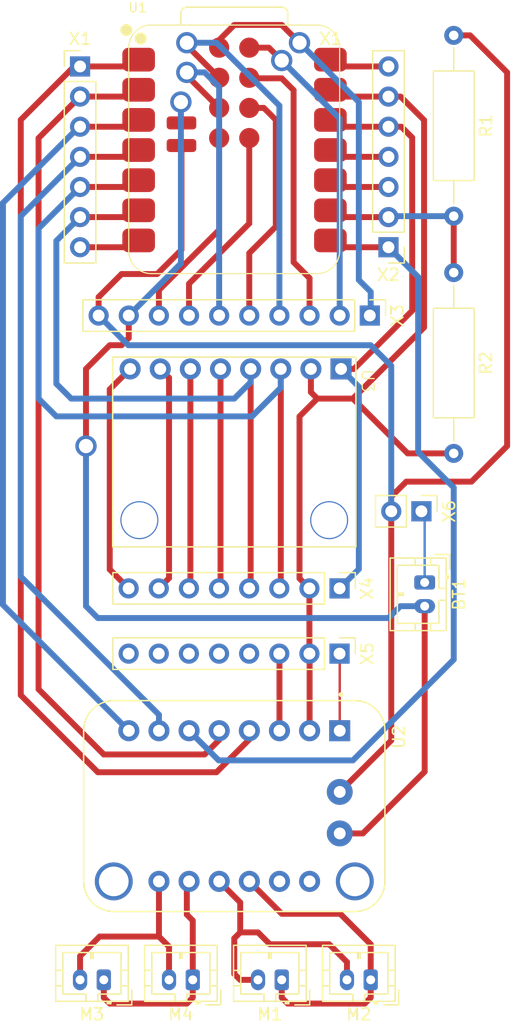
<source format=kicad_pcb>
(kicad_pcb (version 20241229) (generator "pcbnew") (generator_version "9.0")
  (layers (0 "F.Cu" signal) (2 "B.Cu" signal) (13 "F.Paste" user) (15 "B.Paste" user) (5 "F.SilkS" user "F.Silkscreen") (7 "B.SilkS" user "B.Silkscreen") (1 "F.Mask" user) (3 "B.Mask" user) (25 "Edge.Cuts" user))
  (net 0 "")
  (net 1 "Net-(BT1-+)")
  (net 2 "VBAT-")
  (net 3 "Net-(M1--)")
  (net 4 "Net-(M1-+)")
  (net 5 "Net-(M3-+)")
  (net 6 "Net-(M3--)")
  (net 7 "BAT_SENSE")
  (net 8 "VBAT+")
  (net 9 "GND")
  (net 10 "Net-(U1-5V)")
  (net 11 "3V3")
  (net 12 "ACC_SDA")
  (net 13 "Net-(U1-MTCK)")
  (net 14 "Net-(U1-GND-Pad20)")
  (net 15 "Net-(U1-MTDO)")
  (net 16 "MOT_B_DIR")
  (net 17 "Net-(U1-D+)")
  (net 18 "Net-(U1-MTMS)")
  (net 19 "Net-(U1-D-)")
  (net 20 "MOT_A_DIR_PWM")
  (net 21 "Net-(U1-GPIO43_TX_D6)")
  (net 22 "MOT_B_DIR_PWM")
  (net 23 "Net-(U1-TCH8_GPIO8_A9_D9_MISO)")
  (net 24 "ACC_SCL")
  (net 25 "MOT_SLP")
  (net 26 "Net-(U1-EN)")
  (net 27 "Net-(U1-TCH9_GPIO9_A10_D10_MOSI)")
  (net 28 "MOT_A_DIR")
  (net 29 "Net-(U1-MTDI)")
  (net 30 "Net-(U2-VM)")
  (net 31 "Net-(U2-FLT)")
  (net 34 "Net-(U3-INT)")
  (net 35 "Net-(U3-XCL)")
  (net 36 "Net-(U3-AD0)")
  (net 37 "Net-(U3-XDA)")
  (net 40 "unconnected-(X5-Pad8)")
  (net 41 "unconnected-(X5-Pad6)")
  (net 42 "unconnected-(X5-Pad4)")
  (net 43 "unconnected-(X5-Pad5)")
  (net 44 "unconnected-(X5-Pad7)")
  (footprint "pin_header:PinHeader_1x02_P2.54mm_Vertical" (layer "F.Cu") (at 115.775 130.5 -90)
    (property "Reference" "X6" (at 0 -2.33 90) (layer "F.SilkS"))
    (property "Value" "~")
    (pad "1" thru_hole rect (at 0 0 270) (size 1.7 1.7) (drill 1) (layers "*.Cu" "*.Mask") (net 1 "Net-(BT1-+)"))
    (pad "2" thru_hole oval (at 0 2.54 270) (size 1.7 1.7) (drill 1) (layers "*.Cu" "*.Mask") (net 8 "VBAT+"))
  )
  (footprint "Connector_JST:JST_PH_B2B-PH-K_1x02_P2.00mm_Vertical" (layer "F.Cu") (at 89 170 180)
    (property "Reference" "M3" (at 1 -2.9 0) (layer "F.SilkS"))
    (property "Value" "Motor_DC")
    (pad "1" thru_hole roundrect (at 0 0 180) (size 1.2 1.75) (drill 0.75) (layers "*.Cu" "*.Mask") (roundrect_rratio 0.208333) (net 5 "Net-(M3-+)"))
    (pad "2" thru_hole oval (at 2 0 180) (size 1.2 1.75) (drill 0.75) (layers "*.Cu" "*.Mask") (net 6 "Net-(M3--)"))
  )
  (footprint "pin_header:PinHeader_1x08_P2.54mm_Vertical" (layer "F.Cu") (at 108.875 142.5 -90)
    (property "Reference" "X5" (at 0 -2.33 90) (layer "F.SilkS"))
    (property "Value" "~")
    (pad "1" thru_hole rect (at 0 0 270) (size 1.7 1.7) (drill 1) (layers "*.Cu" "*.Mask") (net 30 "Net-(U2-VM)"))
    (pad "2" thru_hole oval (at 0 2.54 270) (size 1.7 1.7) (drill 1) (layers "*.Cu" "*.Mask") (net 9 "GND"))
    (pad "3" thru_hole oval (at 0 5.08 270) (size 1.7 1.7) (drill 1) (layers "*.Cu" "*.Mask") (net 31 "Net-(U2-FLT)"))
    (pad "4" thru_hole oval (at 0 7.62 270) (size 1.7 1.7) (drill 1) (layers "*.Cu" "*.Mask") (net 42 "unconnected-(X5-Pad4)"))
    (pad "5" thru_hole oval (at 0 10.16 270) (size 1.7 1.7) (drill 1) (layers "*.Cu" "*.Mask") (net 43 "unconnected-(X5-Pad5)"))
    (pad "6" thru_hole oval (at 0 12.7 270) (size 1.7 1.7) (drill 1) (layers "*.Cu" "*.Mask") (net 41 "unconnected-(X5-Pad6)"))
    (pad "7" thru_hole oval (at 0 15.24 270) (size 1.7 1.7) (drill 1) (layers "*.Cu" "*.Mask") (net 44 "unconnected-(X5-Pad7)"))
    (pad "8" thru_hole oval (at 0 17.78 270) (size 1.7 1.7) (drill 1) (layers "*.Cu" "*.Mask") (net 40 "unconnected-(X5-Pad8)"))
  )
  (footprint "Connector_JST:JST_PH_B2B-PH-K_1x02_P2.00mm_Vertical" (layer "F.Cu") (at 111.5 170 180)
    (property "Reference" "M2" (at 1 -2.9 0) (layer "F.SilkS"))
    (property "Value" "Motor_DC")
    (pad "1" thru_hole roundrect (at 0 0 180) (size 1.2 1.75) (drill 0.75) (layers "*.Cu" "*.Mask") (roundrect_rratio 0.208333) (net 4 "Net-(M1-+)"))
    (pad "2" thru_hole oval (at 2 0 180) (size 1.2 1.75) (drill 0.75) (layers "*.Cu" "*.Mask") (net 3 "Net-(M1--)"))
  )
  (footprint "Connector_JST:JST_PH_B2B-PH-K_1x02_P2.00mm_Vertical" (layer "F.Cu") (at 116.05 136.5 -90)
    (property "Reference" "BT1" (at 1 -2.9 90) (layer "F.SilkS"))
    (property "Value" "Li-Po 3.7 V 1000 mAh")
    (pad "1" thru_hole roundrect (at 0 0 270) (size 1.2 1.75) (drill 0.75) (layers "*.Cu" "*.Mask") (roundrect_rratio 0.208333) (net 1 "Net-(BT1-+)"))
    (pad "2" thru_hole oval (at 2 0 270) (size 1.2 1.75) (drill 0.75) (layers "*.Cu" "*.Mask") (net 2 "VBAT-"))
  )
  (footprint "adafruit_drv8833:adafruit_drv8833" (layer "F.Cu") (at 100 155.35 -90)
    (property "Reference" "U2" (at -5.825 -13.885 90) (layer "F.SilkS"))
    (property "Value" "Adafruit motor driver DRV8833")
    (pad "1" thru_hole rect (at -6.35 -8.89 270) (size 1.778 1.778) (drill 1) (layers "*.Cu" "*.Mask") (net 30 "Net-(U2-VM)"))
    (pad "2" thru_hole circle (at -6.35 -6.35 270) (size 1.778 1.778) (drill 1) (layers "*.Cu" "*.Mask") (net 9 "GND"))
    (pad "3" thru_hole circle (at -6.35 -3.81 270) (size 1.778 1.778) (drill 1) (layers "*.Cu" "*.Mask") (net 31 "Net-(U2-FLT)"))
    (pad "4" thru_hole circle (at -6.35 -1.27 270) (size 1.778 1.778) (drill 1) (layers "*.Cu" "*.Mask") (net 16 "MOT_B_DIR"))
    (pad "5" thru_hole circle (at -6.35 1.27 270) (size 1.778 1.778) (drill 1) (layers "*.Cu" "*.Mask") (net 22 "MOT_B_DIR_PWM"))
    (pad "6" thru_hole circle (at -6.35 3.81 270) (size 1.778 1.778) (drill 1) (layers "*.Cu" "*.Mask") (net 25 "MOT_SLP"))
    (pad "7" thru_hole circle (at -6.35 6.35 270) (size 1.778 1.778) (drill 1) (layers "*.Cu" "*.Mask") (net 20 "MOT_A_DIR_PWM"))
    (pad "8" thru_hole circle (at -6.35 8.89 270) (size 1.778 1.778) (drill 1) (layers "*.Cu" "*.Mask") (net 28 "MOT_A_DIR"))
    (pad "9" thru_hole circle (at 6.35 -6.35 270) (size 1.778 1.778) (drill 1) (layers "*.Cu" "*.Mask"))
    (pad "10" thru_hole circle (at 6.35 -3.81 270) (size 1.778 1.778) (drill 1) (layers "*.Cu" "*.Mask"))
    (pad "11" thru_hole circle (at 6.35 -1.27 270) (size 1.778 1.778) (drill 1) (layers "*.Cu" "*.Mask") (net 4 "Net-(M1-+)"))
    (pad "12" thru_hole circle (at 6.35 1.27 270) (size 1.778 1.778) (drill 1) (layers "*.Cu" "*.Mask") (net 3 "Net-(M1--)"))
    (pad "13" thru_hole circle (at 6.35 3.81 270) (size 1.778 1.778) (drill 1) (layers "*.Cu" "*.Mask") (net 5 "Net-(M3-+)"))
    (pad "14" thru_hole circle (at 6.35 6.35 270) (size 1.778 1.778) (drill 1) (layers "*.Cu" "*.Mask") (net 6 "Net-(M3--)"))
    (pad "15" thru_hole circle (at -1.192 -8.89 270) (size 2.1844 2.1844) (drill 1) (layers "*.Cu" "*.Mask") (net 8 "VBAT+"))
    (pad "16" thru_hole circle (at 2.308 -8.89 270) (size 2.1844 2.1844) (drill 1) (layers "*.Cu" "*.Mask") (net 2 "VBAT-"))
    (pad "S1" thru_hole circle (at 6.35 -10.16 270) (size 3.2 3.2) (drill 2.5) (layers "*.Cu" "*.Mask"))
    (pad "S2" thru_hole circle (at 6.35 10.16 270) (size 3.2 3.2) (drill 2.5) (layers "*.Cu" "*.Mask"))
  )
  (footprint "adafruit_drv8833:pucrea_mpu_6050" (layer "F.Cu") (at 110.25 117.5 -90)
    (property "Reference" "U3" (at 2 -1 270) (layer "F.SilkS") (effects (font (thickness 0.1))))
    (property "Value" "Purecrea MPU-6050")
    (pad "1" thru_hole rect (at 1 1.25 270) (size 1.778 1.778) (drill 1) (layers "*.Cu" "*.Mask") (net 11 "3V3"))
    (pad "2" thru_hole circle (at 1 3.79 270) (size 1.778 1.778) (drill 1) (layers "*.Cu" "*.Mask") (net 9 "GND"))
    (pad "3" thru_hole circle (at 1 6.33 270) (size 1.778 1.778) (drill 1) (layers "*.Cu" "*.Mask") (net 12 "ACC_SDA"))
    (pad "4" thru_hole circle (at 1 8.87 270) (size 1.778 1.778) (drill 1) (layers "*.Cu" "*.Mask") (net 24 "ACC_SCL"))
    (pad "5" thru_hole circle (at 1 11.41 270) (size 1.778 1.778) (drill 1) (layers "*.Cu" "*.Mask") (net 37 "Net-(U3-XDA)"))
    (pad "6" thru_hole circle (at 1 13.95 270) (size 1.778 1.778) (drill 1) (layers "*.Cu" "*.Mask") (net 35 "Net-(U3-XCL)"))
    (pad "7" thru_hole circle (at 1 16.49 270) (size 1.778 1.778) (drill 1) (layers "*.Cu" "*.Mask") (net 36 "Net-(U3-AD0)"))
    (pad "8" thru_hole circle (at 1 19.03 270) (size 1.778 1.778) (drill 1) (layers "*.Cu" "*.Mask") (net 34 "Net-(U3-INT)"))
    (pad "S1" thru_hole circle (at 13.75 2.25 270) (size 3.2 3.2) (drill 3) (layers "*.Cu" "*.Mask"))
    (pad "S1" thru_hole circle (at 13.75 18.25 270) (size 3.2 3.2) (drill 3) (layers "*.Cu" "*.Mask"))
  )
  (footprint "Connector_JST:JST_PH_B2B-PH-K_1x02_P2.00mm_Vertical" (layer "F.Cu") (at 104 170 180)
    (property "Reference" "M1" (at 1 -2.9 0) (layer "F.SilkS"))
    (property "Value" "Motor_DC")
    (pad "1" thru_hole roundrect (at 0 0 180) (size 1.2 1.75) (drill 0.75) (layers "*.Cu" "*.Mask") (roundrect_rratio 0.208333) (net 4 "Net-(M1-+)"))
    (pad "2" thru_hole oval (at 2 0 180) (size 1.2 1.75) (drill 0.75) (layers "*.Cu" "*.Mask") (net 3 "Net-(M1--)"))
  )
  (footprint "Connector_JST:JST_PH_B2B-PH-K_1x02_P2.00mm_Vertical" (layer "F.Cu") (at 96.5 170 180)
    (property "Reference" "M4" (at 1 -2.9 0) (layer "F.SilkS"))
    (property "Value" "Motor_DC")
    (pad "1" thru_hole roundrect (at 0 0 180) (size 1.2 1.75) (drill 0.75) (layers "*.Cu" "*.Mask") (roundrect_rratio 0.208333) (net 5 "Net-(M3-+)"))
    (pad "2" thru_hole oval (at 2 0 180) (size 1.2 1.75) (drill 0.75) (layers "*.Cu" "*.Mask") (net 6 "Net-(M3--)"))
  )
  (footprint "Resistor_THT:R_Axial_DIN0309_L9.0mm_D3.2mm_P15.24mm_Horizontal" (layer "F.Cu") (at 118.5 90.38 -90)
    (property "Reference" "R1" (at 7.62 -2.72 90) (layer "F.SilkS"))
    (property "Value" "100k")
    (pad "1" thru_hole circle (at 0 0 270) (size 1.6 1.6) (drill 0.8) (layers "*.Cu" "*.Mask") (net 8 "VBAT+"))
    (pad "2" thru_hole circle (at 15.24 0 270) (size 1.6 1.6) (drill 0.8) (layers "*.Cu" "*.Mask") (net 7 "BAT_SENSE"))
  )
  (footprint "pin_header:PinHeader_1x07_P2.54mm_Vertical" (layer "F.Cu") (at 87 93)
    (property "Reference" "X1" (at 0 -2.33 0) (layer "F.SilkS"))
    (property "Value" "~")
    (pad "1" thru_hole rect (at 0 0) (size 1.7 1.7) (drill 1) (layers "*.Cu" "*.Mask") (net 16 "MOT_B_DIR"))
    (pad "2" thru_hole oval (at 0 2.54) (size 1.7 1.7) (drill 1) (layers "*.Cu" "*.Mask") (net 22 "MOT_B_DIR_PWM"))
    (pad "3" thru_hole oval (at 0 5.08) (size 1.7 1.7) (drill 1) (layers "*.Cu" "*.Mask") (net 28 "MOT_A_DIR"))
    (pad "4" thru_hole oval (at 0 7.62) (size 1.7 1.7) (drill 1) (layers "*.Cu" "*.Mask") (net 20 "MOT_A_DIR_PWM"))
    (pad "5" thru_hole oval (at 0 10.16) (size 1.7 1.7) (drill 1) (layers "*.Cu" "*.Mask") (net 12 "ACC_SDA"))
    (pad "6" thru_hole oval (at 0 12.7) (size 1.7 1.7) (drill 1) (layers "*.Cu" "*.Mask") (net 24 "ACC_SCL"))
    (pad "7" thru_hole oval (at 0 15.24) (size 1.7 1.7) (drill 1) (layers "*.Cu" "*.Mask") (net 21 "Net-(U1-GPIO43_TX_D6)"))
  )
  (footprint "Resistor_THT:R_Axial_DIN0309_L9.0mm_D3.2mm_P15.24mm_Horizontal" (layer "F.Cu") (at 118.5 110.38 -90)
    (property "Reference" "R2" (at 7.62 -2.72 90) (layer "F.SilkS"))
    (property "Value" "100k")
    (pad "1" thru_hole circle (at 0 0 270) (size 1.6 1.6) (drill 0.8) (layers "*.Cu" "*.Mask") (net 7 "BAT_SENSE"))
    (pad "2" thru_hole circle (at 15.24 0 270) (size 1.6 1.6) (drill 0.8) (layers "*.Cu" "*.Mask") (net 9 "GND"))
  )
  (footprint "xiao_esp32s3:XIAO-ESP32S3-SMD" (layer "F.Cu") (at 100 100)
    (property "Reference" "U1" (at -9 -11.5 0) (layer "F.SilkS") (effects (font (size 0.78232 0.78232) (thickness 0.10668)) (justify left bottom)))
    (property "Value" "MOUDLE-SEEEDUINO-XIAO-ESP32S3")
    (pad "1" smd roundrect (at -8.061364 -7.573) (size 2.75 2) (layers "F.Cu" "F.Mask" "F.Paste") (net 16 "MOT_B_DIR"))
    (pad "2" smd roundrect (at -8.061364 -5.033) (size 2.75 2) (layers "F.Cu" "F.Mask" "F.Paste") (net 22 "MOT_B_DIR_PWM"))
    (pad "3" smd roundrect (at -8.061364 -2.493) (size 2.75 2) (layers "F.Cu" "F.Mask" "F.Paste") (net 28 "MOT_A_DIR"))
    (pad "4" smd roundrect (at -8.061364 0.047) (size 2.75 2) (layers "F.Cu" "F.Mask" "F.Paste") (net 20 "MOT_A_DIR_PWM"))
    (pad "5" smd roundrect (at -8.061364 2.587) (size 2.75 2) (layers "F.Cu" "F.Mask" "F.Paste") (net 12 "ACC_SDA"))
    (pad "6" smd roundrect (at -8.061364 5.127) (size 2.75 2) (layers "F.Cu" "F.Mask" "F.Paste") (net 24 "ACC_SCL"))
    (pad "7" smd roundrect (at -8.061364 7.667) (size 2.75 2) (layers "F.Cu" "F.Mask" "F.Paste") (net 21 "Net-(U1-GPIO43_TX_D6)"))
    (pad "8" smd roundrect (at 8.103636 7.667) (size 2.75 2) (layers "F.Cu" "F.Mask" "F.Paste") (net 25 "MOT_SLP"))
    (pad "9" smd roundrect (at 8.103636 5.127) (size 2.75 2) (layers "F.Cu" "F.Mask" "F.Paste") (net 7 "BAT_SENSE"))
    (pad "10" smd roundrect (at 8.103636 2.587) (size 2.75 2) (layers "F.Cu" "F.Mask" "F.Paste") (net 23 "Net-(U1-TCH8_GPIO8_A9_D9_MISO)"))
    (pad "11" smd roundrect (at 8.103636 0.047) (size 2.75 2) (layers "F.Cu" "F.Mask" "F.Paste") (net 27 "Net-(U1-TCH9_GPIO9_A10_D10_MOSI)"))
    (pad "12" smd roundrect (at 8.103636 -2.493) (size 2.75 2) (layers "F.Cu" "F.Mask" "F.Paste") (net 11 "3V3"))
    (pad "13" smd roundrect (at 8.103636 -5.033) (size 2.75 2) (layers "F.Cu" "F.Mask" "F.Paste") (net 9 "GND"))
    (pad "14" smd roundrect (at 8.103636 -7.573) (size 2.75 2) (layers "F.Cu" "F.Mask" "F.Paste") (net 10 "Net-(U1-5V)"))
    (pad "15" smd roundrect (at -4.451364 -0.335 180) (size 2.5 1.1) (layers "F.Cu" "F.Mask" "F.Paste") (net 8 "VBAT+"))
    (pad "16" smd roundrect (at -4.451364 -2.24 180) (size 2.5 1.1) (layers "F.Cu" "F.Mask" "F.Paste") (net 2 "VBAT-"))
    (pad "17" smd circle (at -1.276364 -8.585) (size 1.7 1.7) (layers "F.Cu" "F.Mask" "F.Paste") (net 29 "Net-(U1-MTDI)"))
    (pad "18" smd circle (at 1.263636 -8.585) (size 1.7 1.7) (layers "F.Cu" "F.Mask" "F.Paste") (net 15 "Net-(U1-MTDO)"))
    (pad "19" smd circle (at -1.276364 -6.045) (size 1.7 1.7) (layers "F.Cu" "F.Mask" "F.Paste") (net 26 "Net-(U1-EN)"))
    (pad "20" smd circle (at 1.263636 -6.045) (size 1.7 1.7) (layers "F.Cu" "F.Mask" "F.Paste") (net 14 "Net-(U1-GND-Pad20)"))
    (pad "21" smd circle (at -1.276364 -3.505) (size 1.7 1.7) (layers "F.Cu" "F.Mask" "F.Paste") (net 18 "Net-(U1-MTMS)"))
    (pad "22" smd circle (at 1.263636 -3.505) (size 1.7 1.7) (layers "F.Cu" "F.Mask" "F.Paste") (net 13 "Net-(U1-MTCK)"))
    (pad "23" smd circle (at -1.276364 -0.965) (size 1.7 1.7) (layers "F.Cu" "F.Mask" "F.Paste") (net 19 "Net-(U1-D-)"))
    (pad "24" smd circle (at 1.263636 -0.965) (size 1.7 1.7) (layers "F.Cu" "F.Mask" "F.Paste") (net 17 "Net-(U1-D+)"))
  )
  (footprint "pin_header:PinHeader_1x10_P2.54mm_Vertical" (layer "F.Cu") (at 111.425 114 -90)
    (property "Reference" "X3" (at 0 -2.33 90) (layer "F.SilkS"))
    (property "Value" "~")
    (pad "1" thru_hole rect (at 0 0 270) (size 1.7 1.7) (drill 1) (layers "*.Cu" "*.Mask") (net 29 "Net-(U1-MTDI)"))
    (pad "2" thru_hole oval (at 0 2.54 270) (size 1.7 1.7) (drill 1) (layers "*.Cu" "*.Mask") (net 15 "Net-(U1-MTDO)"))
    (pad "3" thru_hole oval (at 0 5.08 270) (size 1.7 1.7) (drill 1) (layers "*.Cu" "*.Mask") (net 14 "Net-(U1-GND-Pad20)"))
    (pad "4" thru_hole oval (at 0 7.62 270) (size 1.7 1.7) (drill 1) (layers "*.Cu" "*.Mask") (net 26 "Net-(U1-EN)"))
    (pad "5" thru_hole oval (at 0 10.16 270) (size 1.7 1.7) (drill 1) (layers "*.Cu" "*.Mask") (net 13 "Net-(U1-MTCK)"))
    (pad "6" thru_hole oval (at 0 12.7 270) (size 1.7 1.7) (drill 1) (layers "*.Cu" "*.Mask") (net 18 "Net-(U1-MTMS)"))
    (pad "7" thru_hole oval (at 0 15.24 270) (size 1.7 1.7) (drill 1) (layers "*.Cu" "*.Mask") (net 17 "Net-(U1-D+)"))
    (pad "8" thru_hole oval (at 0 17.78 270) (size 1.7 1.7) (drill 1) (layers "*.Cu" "*.Mask") (net 19 "Net-(U1-D-)"))
    (pad "9" thru_hole oval (at 0 20.32 270) (size 1.7 1.7) (drill 1) (layers "*.Cu" "*.Mask") (net 2 "VBAT-"))
    (pad "10" thru_hole oval (at 0 22.86 270) (size 1.7 1.7) (drill 1) (layers "*.Cu" "*.Mask") (net 8 "VBAT+"))
  )
  (footprint "pin_header:PinHeader_1x07_P2.54mm_Vertical" (layer "F.Cu") (at 113 108.24 180)
    (property "Reference" "X2" (at 0 -2.33 0) (layer "F.SilkS"))
    (property "Value" "~")
    (pad "1" thru_hole rect (at 0 0 180) (size 1.7 1.7) (drill 1) (layers "*.Cu" "*.Mask") (net 25 "MOT_SLP"))
    (pad "2" thru_hole oval (at 0 2.54 180) (size 1.7 1.7) (drill 1) (layers "*.Cu" "*.Mask") (net 7 "BAT_SENSE"))
    (pad "3" thru_hole oval (at 0 5.08 180) (size 1.7 1.7) (drill 1) (layers "*.Cu" "*.Mask") (net 23 "Net-(U1-TCH8_GPIO8_A9_D9_MISO)"))
    (pad "4" thru_hole oval (at 0 7.62 180) (size 1.7 1.7) (drill 1) (layers "*.Cu" "*.Mask") (net 27 "Net-(U1-TCH9_GPIO9_A10_D10_MOSI)"))
    (pad "5" thru_hole oval (at 0 10.16 180) (size 1.7 1.7) (drill 1) (layers "*.Cu" "*.Mask") (net 11 "3V3"))
    (pad "6" thru_hole oval (at 0 12.7 180) (size 1.7 1.7) (drill 1) (layers "*.Cu" "*.Mask") (net 9 "GND"))
    (pad "7" thru_hole oval (at 0 15.24 180) (size 1.7 1.7) (drill 1) (layers "*.Cu" "*.Mask") (net 10 "Net-(U1-5V)"))
  )
  (footprint "pin_header:PinHeader_1x08_P2.54mm_Vertical" (layer "F.Cu") (at 108.875 137 -90)
    (property "Reference" "X4" (at 0 -2.33 90) (layer "F.SilkS"))
    (property "Value" "~")
    (pad "1" thru_hole rect (at 0 0 270) (size 1.7 1.7) (drill 1) (layers "*.Cu" "*.Mask") (net 11 "3V3"))
    (pad "2" thru_hole oval (at 0 2.54 270) (size 1.7 1.7) (drill 1) (layers "*.Cu" "*.Mask") (net 9 "GND"))
    (pad "3" thru_hole oval (at 0 5.08 270) (size 1.7 1.7) (drill 1) (layers "*.Cu" "*.Mask"))
    (pad "4" thru_hole oval (at 0 7.62 270) (size 1.7 1.7) (drill 1) (layers "*.Cu" "*.Mask"))
    (pad "5" thru_hole oval (at 0 10.16 270) (size 1.7 1.7) (drill 1) (layers "*.Cu" "*.Mask") (net 37 "Net-(U3-XDA)"))
    (pad "6" thru_hole oval (at 0 12.7 270) (size 1.7 1.7) (drill 1) (layers "*.Cu" "*.Mask") (net 35 "Net-(U3-XCL)"))
    (pad "7" thru_hole oval (at 0 15.24 270) (size 1.7 1.7) (drill 1) (layers "*.Cu" "*.Mask") (net 36 "Net-(U3-AD0)"))
    (pad "8" thru_hole oval (at 0 17.78 270) (size 1.7 1.7) (drill 1) (layers "*.Cu" "*.Mask") (net 34 "Net-(U3-INT)"))
  )
  (gr_text "X1" (at 108.134364 90.67 0) (layer "F.SilkS") (effects (font (size 1 1))))
  (segment (start 116.05 136.5) (end 116.05 130.775) (width 0.2) (layer "B.Cu") (net 1))
  (segment (start 116.05 130.775) (end 115.775 130.5) (width 0.2) (layer "B.Cu") (net 1))
  (segment (start 91.105 115.895) (end 91.105 114) (width 0.5) (layer "F.Cu") (net 2))
  (segment (start 89.5 116.5) (end 90.5 116.5) (width 0.5) (layer "F.Cu") (net 2))
  (segment (start 87.5 118.5) (end 89.5 116.5) (width 0.5) (layer "F.Cu") (net 2))
  (segment (start 87.5 125) (end 87.5 118.5) (width 0.5) (layer "F.Cu") (net 2))
  (segment (start 95.5 97.711364) (end 95.548636 97.76) (width 0.5) (layer "F.Cu") (net 2))
  (segment (start 116.05 138.5) (end 116.05 152.45) (width 0.5) (layer "F.Cu") (net 2))
  (segment (start 110.842 157.658) (end 108.89 157.658) (width 0.5) (layer "F.Cu") (net 2))
  (segment (start 116.05 152.45) (end 110.842 157.658) (width 0.5) (layer "F.Cu") (net 2))
  (segment (start 95.5 96) (end 95.5 97.711364) (width 0.5) (layer "F.Cu") (net 2))
  (segment (start 90.5 116.5) (end 91.105 115.895) (width 0.5) (layer "F.Cu") (net 2))
  (via (at 87.5 125) (size 1.8) (drill 1.2) (layers "F.Cu" "B.Cu") (net 2))
  (via (at 95.5 96) (size 1.8) (drill 1.2) (layers "F.Cu" "B.Cu") (net 2))
  (segment (start 87.5 125) (end 87.5 138.5) (width 0.5) (layer "B.Cu") (net 2))
  (segment (start 95.5 109.605) (end 91.105 114) (width 0.5) (layer "B.Cu") (net 2))
  (segment (start 88.5 139.5) (end 113 139.5) (width 0.5) (layer "B.Cu") (net 2))
  (segment (start 113 139.5) (end 114 138.5) (width 0.5) (layer "B.Cu") (net 2))
  (segment (start 114 138.5) (end 116.05 138.5) (width 0.5) (layer "B.Cu") (net 2))
  (segment (start 95.5 96) (end 95.5 109.605) (width 0.5) (layer "B.Cu") (net 2))
  (segment (start 87.5 138.5) (end 88.5 139.5) (width 0.5) (layer "B.Cu") (net 2))
  (segment (start 100.5 170) (end 100 169.5) (width 0.5) (layer "F.Cu") (net 3))
  (segment (start 102 170) (end 100.5 170) (width 0.5) (layer "F.Cu") (net 3))
  (segment (start 109.5 168.5) (end 109.5 170) (width 0.5) (layer "F.Cu") (net 3))
  (segment (start 108 167) (end 109.5 168.5) (width 0.5) (layer "F.Cu") (net 3))
  (segment (start 100.5 166) (end 100.5 163.47) (width 0.5) (layer "F.Cu") (net 3))
  (segment (start 100 169.5) (end 100 166.5) (width 0.5) (layer "F.Cu") (net 3))
  (segment (start 102 166) (end 103 167) (width 0.5) (layer "F.Cu") (net 3))
  (segment (start 100.5 166) (end 102 166) (width 0.5) (layer "F.Cu") (net 3))
  (segment (start 100 166.5) (end 100.5 166) (width 0.5) (layer "F.Cu") (net 3))
  (segment (start 103 167) (end 108 167) (width 0.5) (layer "F.Cu") (net 3))
  (segment (start 100.5 163.47) (end 98.73 161.7) (width 0.5) (layer "F.Cu") (net 3))
  (segment (start 104 170) (end 104 171.5) (width 0.5) (layer "F.Cu") (net 4))
  (segment (start 108.93 164.43) (end 104 164.43) (width 0.5) (layer "F.Cu") (net 4))
  (segment (start 104.5 172) (end 111 172) (width 0.5) (layer "F.Cu") (net 4))
  (segment (start 104 164.43) (end 101.27 161.7) (width 0.5) (layer "F.Cu") (net 4))
  (segment (start 104 171.5) (end 104.5 172) (width 0.5) (layer "F.Cu") (net 4))
  (segment (start 111.5 170) (end 111.5 167) (width 0.5) (layer "F.Cu") (net 4))
  (segment (start 111 172) (end 111.5 171.5) (width 0.5) (layer "F.Cu") (net 4))
  (segment (start 111.5 171.5) (end 111.5 170) (width 0.5) (layer "F.Cu") (net 4))
  (segment (start 111.5 167) (end 108.93 164.43) (width 0.5) (layer "F.Cu") (net 4))
  (segment (start 89 171.5) (end 89.5 172) (width 0.5) (layer "F.Cu") (net 5))
  (segment (start 96 172) (end 96.5 171.5) (width 0.5) (layer "F.Cu") (net 5))
  (segment (start 96.5 171.5) (end 96.5 170) (width 0.5) (layer "F.Cu") (net 5))
  (segment (start 96.5 170) (end 96.5 165) (width 0.5) (layer "F.Cu") (net 5))
  (segment (start 96 161.89) (end 96.19 161.7) (width 0.5) (layer "F.Cu") (net 5))
  (segment (start 89.5 172) (end 96 172) (width 0.5) (layer "F.Cu") (net 5))
  (segment (start 96 164.5) (end 96 161.89) (width 0.5) (layer "F.Cu") (net 5))
  (segment (start 89 170) (end 89 171.5) (width 0.5) (layer "F.Cu") (net 5))
  (segment (start 96.5 165) (end 96 164.5) (width 0.5) (layer "F.Cu") (net 5))
  (segment (start 94.5 167.2) (end 93.65 166.35) (width 0.5) (layer "F.Cu") (net 6))
  (segment (start 87 168) (end 88.65 166.35) (width 0.5) (layer "F.Cu") (net 6))
  (segment (start 88.65 166.35) (end 93.65 166.35) (width 0.5) (layer "F.Cu") (net 6))
  (segment (start 94.5 170) (end 94.5 167.2) (width 0.5) (layer "F.Cu") (net 6))
  (segment (start 93.65 166.35) (end 93.65 161.7) (width 0.5) (layer "F.Cu") (net 6))
  (segment (start 87 170) (end 87 168) (width 0.5) (layer "F.Cu") (net 6))
  (segment (start 118.5 110.38) (end 118.5 105.62) (width 0.5) (layer "F.Cu") (net 7))
  (segment (start 113 105.7) (end 108.676636 105.7) (width 0.5) (layer "F.Cu") (net 7))
  (segment (start 108.676636 105.7) (end 108.103636 105.127) (width 0.5) (layer "F.Cu") (net 7))
  (segment (start 118.5 105.62) (end 113.08 105.62) (width 0.5) (layer "B.Cu") (net 7))
  (segment (start 113.08 105.62) (end 113 105.7) (width 0.5) (layer "B.Cu") (net 7))
  (segment (start 113.235 130.5) (end 113.235 149.813) (width 0.5) (layer "F.Cu") (net 8))
  (segment (start 113.235 129.265) (end 113.235 130.5) (width 0.5) (layer "F.Cu") (net 8))
  (segment (start 88.565 114) (end 88.565 112.435) (width 0.5) (layer "F.Cu") (net 8))
  (segment (start 123 125) (end 120 128) (width 0.5) (layer "F.Cu") (net 8))
  (segment (start 114.5 128) (end 113.235 129.265) (width 0.5) (layer "F.Cu") (net 8))
  (segment (start 123 93.5) (end 123 125) (width 0.5) (layer "F.Cu") (net 8))
  (segment (start 88.565 112.435) (end 90.5 110.5) (width 0.5) (layer "F.Cu") (net 8))
  (segment (start 95.548636 108.451364) (end 95.548636 99.665) (width 0.5) (layer "F.Cu") (net 8))
  (segment (start 90.5 110.5) (end 93.5 110.5) (width 0.5) (layer "F.Cu") (net 8))
  (segment (start 118.5 90.38) (end 119.88 90.38) (width 0.5) (layer "F.Cu") (net 8))
  (segment (start 93.5 110.5) (end 95.548636 108.451364) (width 0.5) (layer "F.Cu") (net 8))
  (segment (start 113.235 149.813) (end 112.774 150.274) (width 0.5) (layer "F.Cu") (net 8))
  (segment (start 120 128) (end 114.5 128) (width 0.5) (layer "F.Cu") (net 8))
  (segment (start 119.88 90.38) (end 123 93.5) (width 0.5) (layer "F.Cu") (net 8))
  (segment (start 108.89 154.158) (end 112.774 150.274) (width 0.5) (layer "F.Cu") (net 8))
  (segment (start 113.235 118.235) (end 111.5 116.5) (width 0.5) (layer "B.Cu") (net 8))
  (segment (start 111.5 116.5) (end 91.065 116.5) (width 0.5) (layer "B.Cu") (net 8))
  (segment (start 113.235 130.5) (end 113.235 118.235) (width 0.5) (layer "B.Cu") (net 8))
  (segment (start 91.065 116.5) (end 88.565 114) (width 0.5) (layer "B.Cu") (net 8))
  (segment (start 106.46 120.46) (end 107 121) (width 0.5) (layer "F.Cu") (net 9))
  (segment (start 106.35 142.515) (end 106.335 142.5) (width 0.5) (layer "F.Cu") (net 9))
  (segment (start 106.35 149) (end 106.35 142.515) (width 0.5) (layer "F.Cu") (net 9))
  (segment (start 107 121) (end 110 121) (width 0.5) (layer "F.Cu") (net 9))
  (segment (start 105.5 123) (end 105.5 136.165) (width 0.5) (layer "F.Cu") (net 9))
  (segment (start 105.5 122.5) (end 105.5 123) (width 0.5) (layer "F.Cu") (net 9))
  (segment (start 116 115) (end 116 97.52) (width 0.5) (layer "F.Cu") (net 9))
  (segment (start 116 97.52) (end 114.02 95.54) (width 0.5) (layer "F.Cu") (net 9))
  (segment (start 107 121) (end 105.5 122.5) (width 0.5) (layer "F.Cu") (net 9))
  (segment (start 106.335 142.5) (end 106.335 137) (width 0.5) (layer "F.Cu") (net 9))
  (segment (start 113 95.54) (end 108.676636 95.54) (width 0.5) (layer "F.Cu") (net 9))
  (segment (start 106.46 118.5) (end 106.46 120.46) (width 0.5) (layer "F.Cu") (net 9))
  (segment (start 118.5 125.62) (end 114.62 125.62) (width 0.5) (layer "F.Cu") (net 9))
  (segment (start 105.5 136.165) (end 106.335 137) (width 0.5) (layer "F.Cu") (net 9))
  (segment (start 114.02 95.54) (end 113 95.54) (width 0.5) (layer "F.Cu") (net 9))
  (segment (start 108.676636 95.54) (end 108.103636 94.967) (width 0.5) (layer "F.Cu") (net 9))
  (segment (start 110 121) (end 116 115) (width 0.5) (layer "F.Cu") (net 9))
  (segment (start 114.62 125.62) (end 110 121) (width 0.5) (layer "F.Cu") (net 9))
  (segment (start 113 93) (end 108.5 93) (width 0.5) (layer "F.Cu") (net 10))
  (segment (start 108.5 93) (end 107.927 92.427) (width 0.5) (layer "F.Cu") (net 10))
  (segment (start 108.176636 92.5) (end 108.103636 92.427) (width 0.5) (layer "F.Cu") (net 10))
  (segment (start 110.089 118.5) (end 115 113.589) (width 0.5) (layer "F.Cu") (net 11))
  (segment (start 114.08 98.08) (end 113 98.08) (width 0.5) (layer "F.Cu") (net 11))
  (segment (start 115 99) (end 114.08 98.08) (width 0.5) (layer "F.Cu") (net 11))
  (segment (start 113 98.08) (end 108.676636 98.08) (width 0.5) (layer "F.Cu") (net 11))
  (segment (start 108.676636 98.08) (end 108.103636 97.507) (width 0.5) (layer "F.Cu") (net 11))
  (segment (start 115 113.589) (end 115 99) (width 0.5) (layer "F.Cu") (net 11))
  (segment (start 109 118.5) (end 110.089 118.5) (width 0.5) (layer "F.Cu") (net 11))
  (segment (start 109 118.5) (end 110.5 120) (width 0.5) (layer "B.Cu") (net 11))
  (segment (start 110.5 135.375) (end 108.875 137) (width 0.5) (layer "B.Cu") (net 11))
  (segment (start 110.5 120) (end 110.5 135.375) (width 0.5) (layer "B.Cu") (net 11))
  (segment (start 103.92 136.875) (end 103.795 137) (width 0.5) (layer "F.Cu") (net 12))
  (segment (start 87 103.16) (end 91.365636 103.16) (width 0.5) (layer "F.Cu") (net 12))
  (segment (start 103.92 118.5) (end 103.92 136.875) (width 0.5) (layer "F.Cu") (net 12))
  (segment (start 91.365636 103.16) (end 91.938636 102.587) (width 0.5) (layer "F.Cu") (net 12))
  (segment (start 85 122.5) (end 83.5 121) (width 0.5) (layer "B.Cu") (net 12))
  (segment (start 83.5 121) (end 83.5 106.66) (width 0.5) (layer "B.Cu") (net 12))
  (segment (start 103.92 118.5) (end 103.92 120.08) (width 0.5) (layer "B.Cu") (net 12))
  (segment (start 101.5 122.5) (end 85 122.5) (width 0.5) (layer "B.Cu") (net 12))
  (segment (start 83.5 106.66) (end 87 103.16) (width 0.5) (layer "B.Cu") (net 12))
  (segment (start 103.92 120.08) (end 101.5 122.5) (width 0.5) (layer "B.Cu") (net 12))
  (segment (start 101.265 108.735) (end 103.5 106.5) (width 0.5) (layer "F.Cu") (net 13))
  (segment (start 103.5 97.5) (end 102.495 96.495) (width 0.5) (layer "F.Cu") (net 13))
  (segment (start 102.495 96.495) (end 101.263636 96.495) (width 0.5) (layer "F.Cu") (net 13))
  (segment (start 101.265 114) (end 101.265 108.735) (width 0.5) (layer "F.Cu") (net 13))
  (segment (start 103.5 106.5) (end 103.5 97.5) (width 0.5) (layer "F.Cu") (net 13))
  (segment (start 106.345 110.845) (end 105 109.5) (width 0.5) (layer "F.Cu") (net 14))
  (segment (start 101.308636 94) (end 101.263636 93.955) (width 0.5) (layer "F.Cu") (net 14))
  (segment (start 106.345 114) (end 106.345 110.845) (width 0.5) (layer "F.Cu") (net 14))
  (segment (start 105 109.5) (end 105 95) (width 0.5) (layer "F.Cu") (net 14))
  (segment (start 105 95) (end 104 94) (width 0.5) (layer "F.Cu") (net 14))
  (segment (start 104 94) (end 101.308636 94) (width 0.5) (layer "F.Cu") (net 14))
  (segment (start 104 92.5) (end 102.915 91.415) (width 0.5) (layer "F.Cu") (net 15))
  (segment (start 102.915 91.415) (end 101.263636 91.415) (width 0.5) (layer "F.Cu") (net 15))
  (via (at 104 92.5) (size 1.8) (drill 1.2) (layers "F.Cu" "B.Cu") (net 15))
  (segment (start 108.885 114) (end 108.885 97.385) (width 0.5) (layer "B.Cu") (net 15))
  (segment (start 108.885 97.385) (end 104 92.5) (width 0.5) (layer "B.Cu") (net 15))
  (segment (start 82 97.5) (end 86.5 93) (width 0.5) (layer "F.Cu") (net 16))
  (segment (start 101.27 149.73) (end 98.5 152.5) (width 0.5) (layer "F.Cu") (net 16))
  (segment (start 82 146) (end 82 97.5) (width 0.5) (layer "F.Cu") (net 16))
  (segment (start 98.5 152.5) (end 88.5 152.5) (width 0.5) (layer "F.Cu") (net 16))
  (segment (start 101.27 149) (end 101.27 149.73) (width 0.5) (layer "F.Cu") (net 16))
  (segment (start 86.5 93) (end 87 93) (width 0.5) (layer "F.Cu") (net 16))
  (segment (start 87 93) (end 91.365636 93) (width 0.5) (layer "F.Cu") (net 16))
  (segment (start 91.365636 93) (end 91.938636 92.427) (width 0.5) (layer "F.Cu") (net 16))
  (segment (start 88.5 152.5) (end 82 146) (width 0.5) (layer "F.Cu") (net 16))
  (segment (start 101.263636 106.236364) (end 101.263636 99.035) (width 0.5) (layer "F.Cu") (net 17))
  (segment (start 96.185 114) (end 96.185 111.315) (width 0.5) (layer "F.Cu") (net 17))
  (segment (start 96.185 111.315) (end 101.263636 106.236364) (width 0.5) (layer "F.Cu") (net 17))
  (segment (start 96 93.771364) (end 98.723636 96.495) (width 0.5) (layer "F.Cu") (net 18))
  (segment (start 96 93.5) (end 96 93.771364) (width 0.5) (layer "F.Cu") (net 18))
  (via (at 96 93.5) (size 1.8) (drill 1.2) (layers "F.Cu" "B.Cu") (net 18))
  (segment (start 97.5 93.5) (end 98.725 94.725) (width 0.5) (layer "B.Cu") (net 18))
  (segment (start 96 93.5) (end 97.5 93.5) (width 0.5) (layer "B.Cu") (net 18))
  (segment (start 98.725 94.725) (end 98.725 114) (width 0.5) (layer "B.Cu") (net 18))
  (segment (start 98.723636 106.776364) (end 98.723636 99.035) (width 0.5) (layer "F.Cu") (net 19))
  (segment (start 93.645 111.855) (end 98.723636 106.776364) (width 0.5) (layer "F.Cu") (net 19))
  (segment (start 93.645 114) (end 93.645 111.855) (width 0.5) (layer "F.Cu") (net 19))
  (segment (start 87 100.62) (end 91.365636 100.62) (width 0.5) (layer "F.Cu") (net 20))
  (segment (start 91.365636 100.62) (end 91.938636 100.047) (width 0.5) (layer "F.Cu") (net 20))
  (segment (start 82 136) (end 82 105.62) (width 0.5) (layer "B.Cu") (net 20))
  (segment (start 93.65 147.65) (end 82 136) (width 0.5) (layer "B.Cu") (net 20))
  (segment (start 93.65 149) (end 93.65 147.65) (width 0.5) (layer "B.Cu") (net 20))
  (segment (start 82 105.62) (end 87 100.62) (width 0.5) (layer "B.Cu") (net 20))
  (segment (start 87 108.24) (end 91.365636 108.24) (width 0.5) (layer "F.Cu") (net 21))
  (segment (start 91.365636 108.24) (end 91.938636 107.667) (width 0.5) (layer "F.Cu") (net 21))
  (segment (start 91.365636 95.54) (end 91.938636 94.967) (width 0.5) (layer "F.Cu") (net 22))
  (segment (start 98.73 149.77) (end 97.5 151) (width 0.5) (layer "F.Cu") (net 22))
  (segment (start 98.73 149) (end 98.73 149.77) (width 0.5) (layer "F.Cu") (net 22))
  (segment (start 83.5 99.04) (end 87 95.54) (width 0.5) (layer "F.Cu") (net 22))
  (segment (start 89 151) (end 83.5 145.5) (width 0.5) (layer "F.Cu") (net 22))
  (segment (start 83.5 145.5) (end 83.5 99.04) (width 0.5) (layer "F.Cu") (net 22))
  (segment (start 87 95.54) (end 91.365636 95.54) (width 0.5) (layer "F.Cu") (net 22))
  (segment (start 97.5 151) (end 89 151) (width 0.5) (layer "F.Cu") (net 22))
  (segment (start 113 103.16) (end 108.676636 103.16) (width 0.5) (layer "F.Cu") (net 23))
  (segment (start 108.676636 103.16) (end 108.103636 102.587) (width 0.5) (layer "F.Cu") (net 23))
  (segment (start 101.38 118.5) (end 101.38 136.875) (width 0.5) (layer "F.Cu") (net 24))
  (segment (start 101.38 136.875) (end 101.255 137) (width 0.5) (layer "F.Cu") (net 24))
  (segment (start 87 105.7) (end 91.365636 105.7) (width 0.5) (layer "F.Cu") (net 24))
  (segment (start 91.365636 105.7) (end 91.938636 105.127) (width 0.5) (layer "F.Cu") (net 24))
  (segment (start 85 107.7) (end 87 105.7) (width 0.5) (layer "B.Cu") (net 24))
  (segment (start 86.25 121) (end 85 119.75) (width 0.5) (layer "B.Cu") (net 24))
  (segment (start 101.38 119.62) (end 100 121) (width 0.5) (layer "B.Cu") (net 24))
  (segment (start 101.38 118.5) (end 101.38 119.62) (width 0.5) (layer "B.Cu") (net 24))
  (segment (start 85 119.75) (end 85 107.7) (width 0.5) (layer "B.Cu") (net 24))
  (segment (start 100 121) (end 86.25 121) (width 0.5) (layer "B.Cu") (net 24))
  (segment (start 113 108.24) (end 108.676636 108.24) (width 0.5) (layer "F.Cu") (net 25))
  (segment (start 108.676636 108.24) (end 108.103636 107.667) (width 0.5) (layer "F.Cu") (net 25))
  (segment (start 118.5 128.5) (end 115.5 125.5) (width 0.5) (layer "B.Cu") (net 25))
  (segment (start 96.19 149) (end 98.69 151.5) (width 0.5) (layer "B.Cu") (net 25))
  (segment (start 118.5 143) (end 118.5 128.5) (width 0.5) (layer "B.Cu") (net 25))
  (segment (start 110 151.5) (end 118.5 143) (width 0.5) (layer "B.Cu") (net 25))
  (segment (start 115.5 125.5) (end 115.5 110.74) (width 0.5) (layer "B.Cu") (net 25))
  (segment (start 115.5 110.74) (end 113 108.24) (width 0.5) (layer "B.Cu") (net 25))
  (segment (start 98.69 151.5) (end 110 151.5) (width 0.5) (layer "B.Cu") (net 25))
  (segment (start 96 91) (end 96 91.231364) (width 0.5) (layer "F.Cu") (net 26))
  (segment (start 96 91.231364) (end 98.723636 93.955) (width 0.5) (layer "F.Cu") (net 26))
  (via (at 96 91) (size 1.8) (drill 1.2) (layers "F.Cu" "B.Cu") (net 26))
  (segment (start 96 91) (end 98.5 91) (width 0.5) (layer "B.Cu") (net 26))
  (segment (start 103.805 96.305) (end 103.805 114) (width 0.5) (layer "B.Cu") (net 26))
  (segment (start 98.5 91) (end 103.805 96.305) (width 0.5) (layer "B.Cu") (net 26))
  (segment (start 108.676636 100.62) (end 108.103636 100.047) (width 0.5) (layer "F.Cu") (net 27))
  (segment (start 113 100.62) (end 108.676636 100.62) (width 0.5) (layer "F.Cu") (net 27))
  (segment (start 87 98.08) (end 91.365636 98.08) (width 0.5) (layer "F.Cu") (net 28))
  (segment (start 91.365636 98.08) (end 91.938636 97.507) (width 0.5) (layer "F.Cu") (net 28))
  (segment (start 91.11 149) (end 80.5 138.39) (width 0.5) (layer "B.Cu") (net 28))
  (segment (start 80.5 138.39) (end 80.5 104.5) (width 0.5) (layer "B.Cu") (net 28))
  (segment (start 80.5 104.5) (end 86.92 98.08) (width 0.5) (layer "B.Cu") (net 28))
  (segment (start 86.92 98.08) (end 87 98.08) (width 0.5) (layer "B.Cu") (net 28))
  (segment (start 105.5 91) (end 104 89.5) (width 0.5) (layer "F.Cu") (net 29))
  (segment (start 98.723636 90.776364) (end 98.723636 91.415) (width 0.5) (layer "F.Cu") (net 29))
  (segment (start 100 89.5) (end 98.723636 90.776364) (width 0.5) (layer "F.Cu") (net 29))
  (segment (start 104 89.5) (end 100 89.5) (width 0.5) (layer "F.Cu") (net 29))
  (via (at 105.5 91) (size 1.8) (drill 1.2) (layers "F.Cu" "B.Cu") (net 29))
  (segment (start 110.5 111) (end 111.5 112) (width 0.5) (layer "B.Cu") (net 29))
  (segment (start 110.5 96) (end 110.5 111) (width 0.5) (layer "B.Cu") (net 29))
  (segment (start 111.5 112) (end 111.5 113.925) (width 0.5) (layer "B.Cu") (net 29))
  (segment (start 106 91) (end 106 91.5) (width 0.5) (layer "B.Cu") (net 29))
  (segment (start 106 91.5) (end 110.5 96) (width 0.5) (layer "B.Cu") (net 29))
  (segment (start 111.5 113.925) (end 111.425 114) (width 0.5) (layer "B.Cu") (net 29))
  (segment (start 108.89 142.515) (end 108.875 142.5) (width 0.2) (layer "F.Cu") (net 30))
  (segment (start 108.89 149) (end 108.89 142.515) (width 0.2) (layer "F.Cu") (net 30))
  (segment (start 103.81 142.515) (end 103.795 142.5) (width 0.5) (layer "F.Cu") (net 31))
  (segment (start 103.81 149) (end 103.81 142.515) (width 0.5) (layer "F.Cu") (net 31))
  (segment (start 89.5 120.22) (end 89.5 135.405) (width 0.5) (layer "F.Cu") (net 34))
  (segment (start 89.5 135.405) (end 91.095 137) (width 0.5) (layer "F.Cu") (net 34))
  (segment (start 91.22 118.5) (end 89.5 120.22) (width 0.5) (layer "F.Cu") (net 34))
  (segment (start 96.3 118.5) (end 96.3 136.875) (width 0.5) (layer "F.Cu") (net 35))
  (segment (start 96.3 136.875) (end 96.175 137) (width 0.5) (layer "F.Cu") (net 35))
  (segment (start 94.5 136.135) (end 93.635 137) (width 0.5) (layer "F.Cu") (net 36))
  (segment (start 93.76 118.5) (end 94.5 119.24) (width 0.5) (layer "F.Cu") (net 36))
  (segment (start 94.5 119.24) (end 94.5 136.135) (width 0.5) (layer "F.Cu") (net 36))
  (segment (start 98.84 136.875) (end 98.715 137) (width 0.5) (layer "F.Cu") (net 37))
  (segment (start 98.84 118.5) (end 98.84 136.875) (width 0.5) (layer "F.Cu") (net 37))
  (segment (start 91.11 142.515) (end 91.095 142.5) (width 0.5) (layer "F.Cu") (net 40))
  (segment (start 96.19 142.515) (end 96.175 142.5) (width 0.5) (layer "F.Cu") (net 41))
  (segment (start 101.27 142.515) (end 101.255 142.5) (width 0.5) (layer "F.Cu") (net 42))
  (segment (start 98.73 142.515) (end 98.715 142.5) (width 0.5) (layer "F.Cu") (net 43))
  (segment (start 93.65 142.515) (end 93.635 142.5) (width 0.5) (layer "F.Cu") (net 44))
)
</source>
